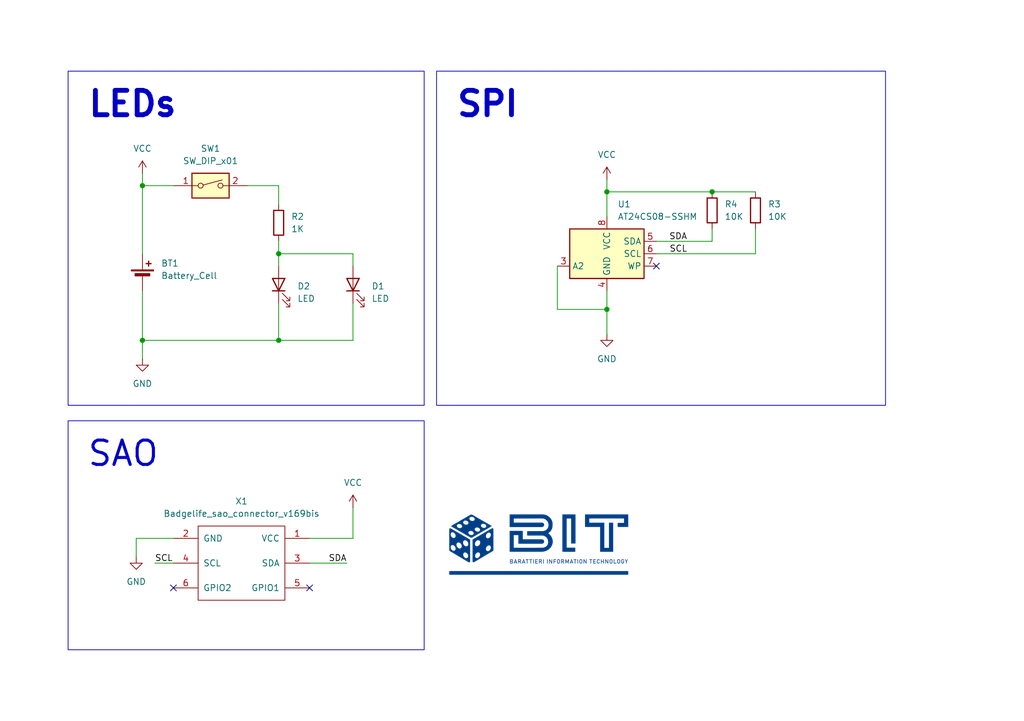
<source format=kicad_sch>
(kicad_sch (version 20231120) (generator "eeschema") (generator_version "8.0")
  (paper "A5")
  (title_block (title "MuHack SAO 10th Anniversary") (date "2024-10-23") (rev "v1.1") (company "BIT"))
  (lib_symbols
    (symbol "Device:Battery_Cell" (pin_numbers hide) (pin_names (offset 0) hide)
      (property "Reference" "BT" (at 2.54 2.54 0))
      (property "Value" "Battery_Cell" (at 2.54 0 0))
      (symbol "Battery_Cell_0_1"
        (rectangle (start -2.286 1.778) (end 2.286 1.524) (fill (type outline)))
        (rectangle (start -1.524 1.016) (end 1.524 0.508) (fill (type outline)))
        (polyline (pts (xy 0 0.762) (xy 0 0)))
        (polyline (pts (xy 0 1.778) (xy 0 2.54)))
        (polyline (pts (xy 0.762 3.048) (xy 1.778 3.048)) (stroke (width 0.254)))
        (polyline (pts (xy 1.27 3.556) (xy 1.27 2.54)) (stroke (width 0.254)))
      )
      (symbol "Battery_Cell_1_1"
        (pin passive line (at 0 5.08 270) (length 2.54) (name "+") (number "1"))
        (pin passive line (at 0 -2.54 90) (length 2.54) (name "-") (number "2"))
      )
    )
    (symbol "Device:LED" (pin_numbers hide) (pin_names (offset 1.016) hide)
      (property "Reference" "D" (at 0 2.54 0))
      (property "Value" "LED" (at 0 -2.54 0))
      (symbol "LED_0_1"
        (polyline (pts (xy -1.27 -1.27) (xy -1.27 1.27)) (stroke (width 0.254)))
        (polyline (pts (xy -1.27 0) (xy 1.27 0)))
        (polyline (pts (xy 1.27 -1.27) (xy 1.27 1.27) (xy -1.27 0) (xy 1.27 -1.27)) (stroke (width 0.254)))
        (polyline (pts (xy -3.048 -0.762) (xy -4.572 -2.286) (xy -3.81 -2.286) (xy -4.572 -2.286) (xy -4.572 -1.524)))
        (polyline (pts (xy -1.778 -0.762) (xy -3.302 -2.286) (xy -2.54 -2.286) (xy -3.302 -2.286) (xy -3.302 -1.524)))
      )
      (symbol "LED_1_1"
        (pin passive line (at -3.81 0 0) (length 2.54) (name "K") (number "1"))
        (pin passive line (at 3.81 0 180) (length 2.54) (name "A") (number "2"))
      )
    )
    (symbol "Device:R" (pin_numbers hide) (pin_names (offset 0))
      (property "Reference" "R" (at 2.032 0 90))
      (property "Value" "R" (at 0 0 90))
      (symbol "R_0_1"
        (rectangle (start -1.016 -2.54) (end 1.016 2.54) (stroke (width 0.254)))
      )
      (symbol "R_1_1"
        (pin passive line (at 0 3.81 270) (length 1.27) (name "~") (number "1"))
        (pin passive line (at 0 -3.81 90) (length 1.27) (name "~") (number "2"))
      )
    )
    (symbol "Memory_EEPROM:AT24CS08-SSHM"
      (property "Reference" "U" (at -7.62 6.35 0))
      (property "Value" "AT24CS08-SSHM" (at 2.54 -6.35 0))
      (symbol "AT24CS08-SSHM_1_1"
        (rectangle (start -7.62 5.08) (end 7.62 -5.08) (stroke (width 0.254)) (fill (type background)))
        (pin no_connect line (at -7.62 2.54 0) (length 2.54) hide (name "NC") (number "1"))
        (pin no_connect line (at -7.62 0 0) (length 2.54) hide (name "NC") (number "2"))
        (pin input line (at -10.16 -2.54 0) (length 2.54) (name "A2") (number "3"))
        (pin power_in line (at 0 -7.62 90) (length 2.54) (name "GND") (number "4"))
        (pin bidirectional line (at 10.16 2.54 180) (length 2.54) (name "SDA") (number "5"))
        (pin input line (at 10.16 0 180) (length 2.54) (name "SCL") (number "6"))
        (pin input line (at 10.16 -2.54 180) (length 2.54) (name "WP") (number "7"))
        (pin power_in line (at 0 7.62 270) (length 2.54) (name "VCC") (number "8"))
      )
    )
    (symbol "Switch:SW_DIP_x01" (pin_names (offset 0) hide)
      (property "Reference" "SW" (at 0 3.81 0))
      (property "Value" "SW_DIP_x01" (at 0 -3.81 0))
      (symbol "SW_DIP_x01_0_0"
        (circle (center -2.032 0) (radius 0.508))
        (polyline (pts (xy -1.524 0.127) (xy 2.3622 1.1684)))
        (circle (center 2.032 0) (radius 0.508))
      )
      (symbol "SW_DIP_x01_0_1"
        (rectangle (start -3.81 2.54) (end 3.81 -2.54) (stroke (width 0.254)) (fill (type background)))
      )
      (symbol "SW_DIP_x01_1_1"
        (pin passive line (at -7.62 0 0) (length 5.08) (name "~") (number "1"))
        (pin passive line (at 7.62 0 180) (length 5.08) (name "~") (number "2"))
      )
    )
    (symbol "badgelife_shitty_addon_v169bis:Badgelife_sao_connector_v169bis" (pin_names (offset 1.016))
      (property "Reference" "X" (at 0 0 0))
      (property "Value" "Badgelife_sao_connector_v169bis" (at 0 20.32 0))
      (symbol "Badgelife_sao_connector_v169bis_0_1"
        (rectangle (start -7.62 8.89) (end 7.62 -8.89))
      )
      (symbol "Badgelife_sao_connector_v169bis_1_1"
        (pin input line (at -5.08 13.97 270) (length 5.08) (name "VCC") (number "1"))
        (pin input line (at -5.08 -13.97 90) (length 5.08) (name "GND") (number "2"))
        (pin input line (at 0 13.97 270) (length 5.08) (name "SDA") (number "3"))
        (pin input line (at 0 -13.97 90) (length 5.08) (name "SCL") (number "4"))
        (pin input line (at 5.08 13.97 270) (length 5.08) (name "GPIO1") (number "5"))
        (pin input line (at 5.08 -13.97 90) (length 5.08) (name "GPIO2") (number "6"))
      )
    )
    (symbol "power:GND" (power) (pin_numbers hide) (pin_names (offset 0) hide)
      (property "Value" "GND" (at 0 -3.81 0))
      (symbol "GND_0_1"
        (polyline (pts (xy 0 0) (xy 0 -1.27) (xy 1.27 -1.27) (xy 0 -2.54) (xy -1.27 -1.27) (xy 0 -1.27)))
      )
      (symbol "GND_1_1"
        (pin power_in line (at 0 0 270) (length 0) (name "~") (number "1"))
      )
    )
    (symbol "power:VCC" (power) (pin_numbers hide) (pin_names (offset 0) hide)
      (property "Value" "VCC" (at 0 3.556 0))
      (symbol "VCC_0_1"
        (polyline (pts (xy -0.762 1.27) (xy 0 2.54)))
        (polyline (pts (xy 0 0) (xy 0 2.54)))
        (polyline (pts (xy 0 2.54) (xy 0.762 1.27)))
      )
      (symbol "VCC_1_1"
        (pin power_in line (at 0 0 90) (length 0) (name "~") (number "1"))
      )
    )
  )
  (junction (at 29.21 38.1))
  (junction (at 57.15 69.85))
  (junction (at 29.21 69.85))
  (junction (at 57.15 52.07))
  (junction (at 146.05 39.37))
  (junction (at 124.46 39.37))
  (junction (at 124.46 63.5))
  (no_connect (at 63.5 120.65))
  (no_connect (at 134.62 54.61))
  (no_connect (at 35.56 120.65))
  (wire (pts (xy 72.39 52.07) (xy 72.39 54.61)))
  (wire (pts (xy 124.46 63.5) (xy 124.46 68.58)))
  (wire (pts (xy 146.05 46.99) (xy 146.05 49.53)))
  (wire (pts (xy 134.62 52.07) (xy 154.94 52.07)))
  (wire (pts (xy 72.39 110.49) (xy 72.39 104.14)))
  (wire (pts (xy 57.15 52.07) (xy 57.15 54.61)))
  (wire (pts (xy 29.21 35.56) (xy 29.21 38.1)))
  (wire (pts (xy 114.3 54.61) (xy 114.3 63.5)))
  (wire (pts (xy 57.15 38.1) (xy 57.15 41.91)))
  (wire (pts (xy 29.21 69.85) (xy 29.21 73.66)))
  (wire (pts (xy 29.21 38.1) (xy 29.21 52.07)))
  (wire (pts (xy 72.39 52.07) (xy 57.15 52.07)))
  (wire (pts (xy 29.21 59.69) (xy 29.21 69.85)))
  (wire (pts (xy 29.21 69.85) (xy 57.15 69.85)))
  (wire (pts (xy 31.75 115.57) (xy 35.56 115.57)))
  (wire (pts (xy 27.94 114.3) (xy 27.94 110.49)))
  (wire (pts (xy 63.5 110.49) (xy 72.39 110.49)))
  (wire (pts (xy 134.62 49.53) (xy 146.05 49.53)))
  (wire (pts (xy 29.21 38.1) (xy 35.56 38.1)))
  (wire (pts (xy 50.8 38.1) (xy 57.15 38.1)))
  (wire (pts (xy 72.39 62.23) (xy 72.39 69.85)))
  (wire (pts (xy 146.05 39.37) (xy 154.94 39.37)))
  (wire (pts (xy 124.46 39.37) (xy 124.46 44.45)))
  (wire (pts (xy 124.46 59.69) (xy 124.46 63.5)))
  (wire (pts (xy 154.94 46.99) (xy 154.94 52.07)))
  (wire (pts (xy 57.15 49.53) (xy 57.15 52.07)))
  (wire (pts (xy 27.94 110.49) (xy 35.56 110.49)))
  (wire (pts (xy 114.3 63.5) (xy 124.46 63.5)))
  (wire (pts (xy 124.46 39.37) (xy 146.05 39.37)))
  (wire (pts (xy 57.15 62.23) (xy 57.15 69.85)))
  (wire (pts (xy 124.46 36.83) (xy 124.46 39.37)))
  (wire (pts (xy 72.39 69.85) (xy 57.15 69.85)))
  (wire (pts (xy 63.5 115.57) (xy 71.12 115.57)))
  (image (at 110.49 111.76) (scale 0.498485))
  (text_box "LEDs" (at 13.97 14.605 0) (size 73.025 68.58) (effects (font (size 5 5) (thickness 1) (bold yes)) (justify left top)))
  (text_box "SAO" (at 13.97 86.36 0) (size 73.025 46.99) (effects (font (size 5 5) (thickness 0.625)) (justify left top)))
  (text_box "SPI" (at 89.535 14.605 0) (size 92.075 68.58) (effects (font (size 5 5) (thickness 1) (bold yes)) (justify left top)))
  (label "SDA" (at 71.12 115.57 180))
  (label "SDA" (at 140.97 49.53 180))
  (label "SCL" (at 140.97 52.07 180))
  (label "SCL" (at 31.75 115.57 0))
  (symbol (lib_id "badgelife_shitty_addon_v169bis:Badgelife_sao_connector_v169bis") (at 49.53 115.57 270) (unit 1)
    (property "Reference" "X1" (at 49.53 102.87 90))
    (property "Value" "Badgelife_sao_connector_v169bis" (at 49.53 105.41 90))
    (property "Footprint" "Connector_PinHeader_2.54mm:PinHeader_2x03_P2.54mm_Vertical_SMD" (effects (hide yes)))
  )
  (symbol (lib_id "Device:R") (at 57.15 45.72 180) (unit 1)
    (property "Reference" "R2" (at 59.69 44.4499 0) (effects (justify right)))
    (property "Value" "1K" (at 59.69 46.9899 0) (effects (justify right)))
    (property "Footprint" "Resistor_SMD:R_0805_2012Metric_Pad1.20x1.40mm_HandSolder" (effects (hide yes)))
    (property "Description" "Resistor" (effects (hide yes)))
  )
  (symbol (lib_id "Device:LED") (at 57.15 58.42 90) (unit 1)
    (property "Reference" "D2" (at 60.96 58.7374 90) (effects (justify right)))
    (property "Value" "LED" (at 60.96 61.2774 90) (effects (justify right)))
    (property "Footprint" "LED_SMD:LED_0805_2012Metric_Pad1.15x1.40mm_HandSolder" (effects (hide yes)))
    (property "Description" "Light emitting diode" (effects (hide yes)))
  )
  (symbol (lib_id "power:GND") (at 29.21 73.66 0) (unit 1)
    (property "Reference" "#PWR02" (effects (hide yes)))
    (property "Value" "GND" (at 29.21 78.74 0))
    (property "Description" "Power symbol creates a global label with name \"GND\" , ground" (effects (hide yes)))
  )
  (symbol (lib_id "Device:R") (at 146.05 43.18 180) (unit 1)
    (property "Reference" "R4" (at 148.59 41.9099 0) (effects (justify right)))
    (property "Value" "10K" (at 148.59 44.4499 0) (effects (justify right)))
    (property "Footprint" "Resistor_SMD:R_0805_2012Metric_Pad1.20x1.40mm_HandSolder" (effects (hide yes)))
    (property "Description" "Resistor" (effects (hide yes)))
  )
  (symbol (lib_id "Device:R") (at 154.94 43.18 180) (unit 1)
    (property "Reference" "R3" (at 157.48 41.9099 0) (effects (justify right)))
    (property "Value" "10K" (at 157.48 44.4499 0) (effects (justify right)))
    (property "Footprint" "Resistor_SMD:R_0805_2012Metric_Pad1.20x1.40mm_HandSolder" (effects (hide yes)))
    (property "Description" "Resistor" (effects (hide yes)))
  )
  (symbol (lib_id "power:VCC") (at 29.21 35.56 0) (unit 1)
    (property "Reference" "#PWR01" (effects (hide yes)))
    (property "Value" "VCC" (at 29.21 30.48 0))
    (property "Description" "Power symbol creates a global label with name \"VCC\"" (effects (hide yes)))
  )
  (symbol (lib_id "power:VCC") (at 124.46 36.83 0) (unit 1)
    (property "Reference" "#PWR03" (effects (hide yes)))
    (property "Value" "VCC" (at 124.46 31.75 0))
    (property "Description" "Power symbol creates a global label with name \"VCC\"" (effects (hide yes)))
  )
  (symbol (lib_id "power:GND") (at 124.46 68.58 0) (unit 1)
    (property "Reference" "#PWR04" (effects (hide yes)))
    (property "Value" "GND" (at 124.46 73.66 0))
    (property "Description" "Power symbol creates a global label with name \"GND\" , ground" (effects (hide yes)))
  )
  (symbol (lib_id "Device:LED") (at 72.39 58.42 90) (unit 1)
    (property "Reference" "D1" (at 76.2 58.7374 90) (effects (justify right)))
    (property "Value" "LED" (at 76.2 61.2774 90) (effects (justify right)))
    (property "Footprint" "LED_SMD:LED_0805_2012Metric_Pad1.15x1.40mm_HandSolder" (effects (hide yes)))
    (property "Description" "Light emitting diode" (effects (hide yes)))
  )
  (symbol (lib_id "power:VCC") (at 72.39 104.14 0) (unit 1)
    (property "Reference" "#PWR06" (effects (hide yes)))
    (property "Value" "VCC" (at 72.39 99.06 0))
    (property "Description" "Power symbol creates a global label with name \"VCC\"" (effects (hide yes)))
  )
  (symbol (lib_id "Device:Battery_Cell") (at 29.21 57.15 0) (unit 1)
    (property "Reference" "BT1" (at 33.02 54.0384 0) (effects (justify left)))
    (property "Value" "Battery_Cell" (at 33.02 56.5784 0) (effects (justify left)))
    (property "Footprint" "Battery:BatteryHolder_Keystone_3002_1x2032" (effects (hide yes)))
    (property "Description" "Single-cell battery" (effects (hide yes)))
  )
  (symbol (lib_id "power:GND") (at 27.94 114.3 0) (unit 1)
    (property "Reference" "#PWR05" (effects (hide yes)))
    (property "Value" "GND" (at 27.94 119.38 0))
    (property "Description" "Power symbol creates a global label with name \"GND\" , ground" (effects (hide yes)))
  )
  (symbol (lib_id "Switch:SW_DIP_x01") (at 43.18 38.1 0) (unit 1)
    (property "Reference" "SW1" (at 43.18 30.48 0))
    (property "Value" "SW_DIP_x01" (at 43.18 33.02 0))
    (property "Footprint" "Button_Switch_SMD:SW_SPDT_PCM12" (effects (hide yes)))
    (property "Description" "1x DIP Switch, Single Pole Single Throw (SPST) switch, small symbol" (effects (hide yes)))
  )
  (symbol (lib_id "Memory_EEPROM:AT24CS08-SSHM") (at 124.46 52.07 0) (unit 1)
    (property "Reference" "U1" (at 126.6541 41.91 0) (effects (justify left)))
    (property "Value" "AT24CS08-SSHM" (at 126.6541 44.45 0) (effects (justify left)))
    (property "Footprint" "Package_SO:SOIC-8_3.9x4.9mm_P1.27mm" (effects (hide yes)))
    (property "Datasheet" "http://ww1.microchip.com/downloads/en/DeviceDoc/Atmel-8766-SEEPROM-AT24CS04-08-Datasheet.pdf" (effects (hide yes)))
    (property "Description" "I2C Serial EEPROM, 8Kb (1024x8) with Unique Serial Number, SO8" (effects (hide yes)))
  )
)
</source>
